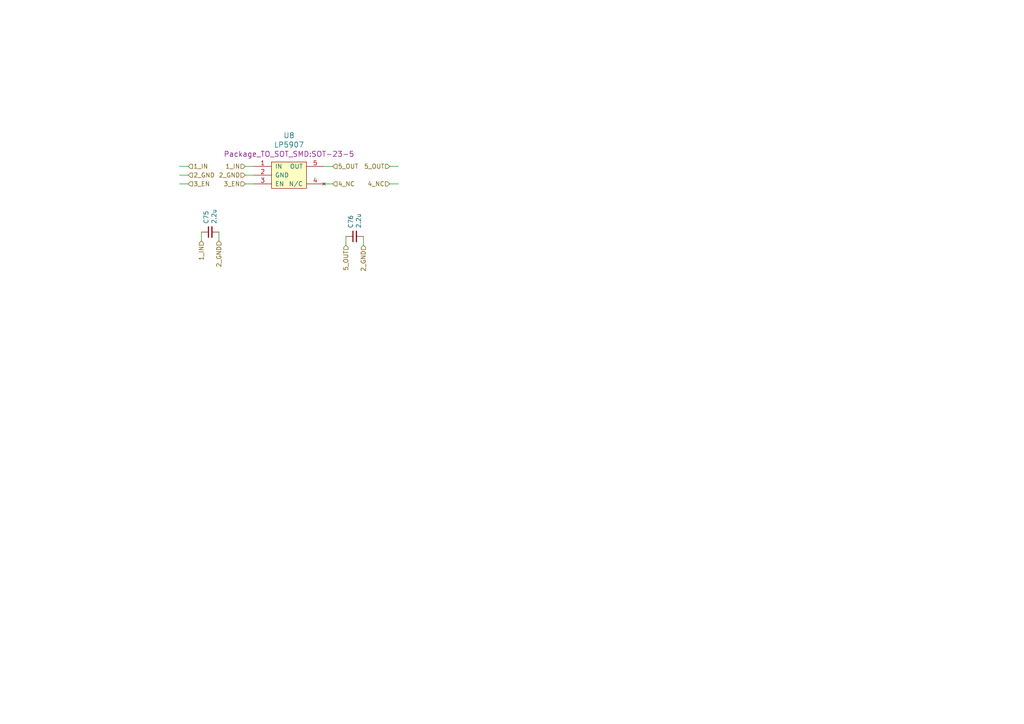
<source format=kicad_sch>
(kicad_sch (version 20210621) (generator eeschema)
  (paper "A4")
  (lib_symbols
    (symbol "FreeEEG32-ads131-rescue:C_Small-Device" (pin_numbers hide) (pin_names (offset 0.254) hide)
      (property "Reference" "C" (at 0.254 1.778 0))
      (property "Value" "C_Small-Device" (at 0.254 -2.032 0))
      (symbol "C_Small-Device_0_1"
        (polyline (pts (xy -1.524 -0.508) (xy 1.524 -0.508)) (stroke (width 0.3302)))
        (polyline (pts (xy -1.524 0.508) (xy 1.524 0.508)) (stroke (width 0.3048)))
      )
      (symbol "C_Small-Device_1_1"
        (pin passive line (at 0 2.54 270) (length 2.032) (name "~") (number "1"))
        (pin passive line (at 0 -2.54 90) (length 2.032) (name "~") (number "2"))
      )
    )
    (symbol "FreeEEG32-ads131-rescue:LP5907-lp5907" (pin_names (offset 1.016))
      (property "Reference" "U" (at 0 5.08 0))
      (property "Value" "LP5907-lp5907" (at 0 -5.08 0))
      (symbol "LP5907-lp5907_0_1"
        (rectangle (start -5.08 3.81) (end 5.08 -3.81) (fill (type background)))
      )
      (symbol "LP5907-lp5907_1_1"
        (pin input line (at -10.16 2.54 0) (length 5.08) (name "IN") (number "1"))
        (pin input line (at -10.16 0 0) (length 5.08) (name "GND") (number "2"))
        (pin input line (at -10.16 -2.54 0) (length 5.08) (name "EN") (number "3"))
        (pin no_connect line (at 10.16 -2.54 180) (length 5.08) (name "N/C") (number "4"))
        (pin output line (at 10.16 2.54 180) (length 5.08) (name "OUT") (number "5"))
      )
    )
  )
  (wire (pts (xy 54.61 48.26) (xy 52.07 48.26)))
  (wire (pts (xy 54.61 50.8) (xy 52.07 50.8)))
  (wire (pts (xy 54.61 53.34) (xy 52.07 53.34)))
  (wire (pts (xy 58.42 69.85) (xy 58.42 67.31)))
  (wire (pts (xy 63.5 69.85) (xy 63.5 67.31)))
  (wire (pts (xy 71.12 48.26) (xy 73.66 48.26)))
  (wire (pts (xy 71.12 50.8) (xy 73.66 50.8)))
  (wire (pts (xy 71.12 53.34) (xy 73.66 53.34)))
  (wire (pts (xy 96.52 48.26) (xy 93.98 48.26)))
  (wire (pts (xy 96.52 53.34) (xy 93.98 53.34)))
  (wire (pts (xy 100.33 71.12) (xy 100.33 68.58)))
  (wire (pts (xy 105.41 71.12) (xy 105.41 68.58)))
  (wire (pts (xy 113.03 48.26) (xy 115.57 48.26)))
  (wire (pts (xy 113.03 53.34) (xy 115.57 53.34)))
  (hierarchical_label "1_IN" (shape input) (at 54.61 48.26 0))
  (hierarchical_label "2_GND" (shape input) (at 54.61 50.8 0))
  (hierarchical_label "3_EN" (shape input) (at 54.61 53.34 0))
  (hierarchical_label "1_IN" (shape input) (at 58.42 69.85 270))
  (hierarchical_label "2_GND" (shape input) (at 63.5 69.85 270))
  (hierarchical_label "1_IN" (shape input) (at 71.12 48.26 180))
  (hierarchical_label "2_GND" (shape input) (at 71.12 50.8 180))
  (hierarchical_label "3_EN" (shape input) (at 71.12 53.34 180))
  (hierarchical_label "5_OUT" (shape input) (at 96.52 48.26 0))
  (hierarchical_label "4_NC" (shape input) (at 96.52 53.34 0))
  (hierarchical_label "5_OUT" (shape input) (at 100.33 71.12 270))
  (hierarchical_label "2_GND" (shape input) (at 105.41 71.12 270))
  (hierarchical_label "5_OUT" (shape input) (at 113.03 48.26 180))
  (hierarchical_label "4_NC" (shape input) (at 113.03 53.34 180))
  (symbol (lib_id "FreeEEG32-ads131-rescue:C_Small-Device") (at 60.96 67.31 90) (unit 1)
    (property "Reference" "C75" (at 59.7916 64.9732 0) (effects (justify left)))
    (property "Value" "2.2u" (at 62.103 64.9732 0) (effects (justify left)))
    (property "Footprint" "Capacitor_SMD:C_0603_1608Metric" (effects hide))
    (property "MNP" "GRM188R71A225KE15D" (effects hide))
  )
  (symbol (lib_id "FreeEEG32-ads131-rescue:C_Small-Device") (at 102.87 68.58 90) (unit 1)
    (property "Reference" "C76" (at 101.7016 66.2432 0) (effects (justify left)))
    (property "Value" "2.2u" (at 104.013 66.2432 0) (effects (justify left)))
    (property "Footprint" "Capacitor_SMD:C_0603_1608Metric" (effects hide))
    (property "MNP" "GRM188R71A225KE15D" (effects hide))
  )
  (symbol (lib_id "FreeEEG32-ads131-rescue:LP5907-lp5907") (at 83.82 50.8 0) (unit 1)
    (property "Reference" "U8" (at 83.82 39.2938 0) (effects (font (size 1.524 1.524))))
    (property "Value" "LP5907" (at 83.82 41.9862 0) (effects (font (size 1.524 1.524))))
    (property "Footprint" "Package_TO_SOT_SMD:SOT-23-5" (at 83.82 44.6786 0) (effects (font (size 1.524 1.524))))
    (property "MNP" "LP5907QMFX-3.3Q1" (effects hide))
    (property "Manufacturer" "Texas Instruments" (effects hide))
  )
)
</source>
